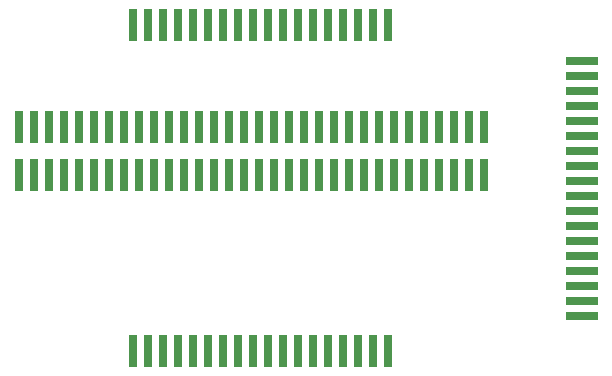
<source format=gtp>
G75*
%MOIN*%
%OFA0B0*%
%FSLAX25Y25*%
%IPPOS*%
%LPD*%
%AMOC8*
5,1,8,0,0,1.08239X$1,22.5*
%
%ADD10R,0.11000X0.03000*%
%ADD11R,0.03000X0.11000*%
D10*
X0212501Y0020300D03*
X0212501Y0025300D03*
X0212501Y0030300D03*
X0212501Y0035300D03*
X0212501Y0040300D03*
X0212501Y0045300D03*
X0212501Y0050300D03*
X0212501Y0055300D03*
X0212501Y0060300D03*
X0212501Y0065300D03*
X0212501Y0070300D03*
X0212501Y0075300D03*
X0212501Y0080300D03*
X0212501Y0085300D03*
X0212501Y0090300D03*
X0212501Y0095300D03*
X0212501Y0100300D03*
X0212501Y0105300D03*
D11*
X0063001Y0008800D03*
X0068001Y0008800D03*
X0073001Y0008800D03*
X0078001Y0008800D03*
X0083001Y0008800D03*
X0088001Y0008800D03*
X0093001Y0008800D03*
X0098001Y0008800D03*
X0103001Y0008800D03*
X0108001Y0008800D03*
X0113001Y0008800D03*
X0118001Y0008800D03*
X0123001Y0008800D03*
X0128001Y0008800D03*
X0133001Y0008800D03*
X0138001Y0008800D03*
X0143001Y0008800D03*
X0148001Y0008800D03*
X0150001Y0067300D03*
X0155001Y0067300D03*
X0160001Y0067300D03*
X0165001Y0067300D03*
X0170001Y0067300D03*
X0175001Y0067300D03*
X0180001Y0067300D03*
X0180001Y0083300D03*
X0175001Y0083300D03*
X0170001Y0083300D03*
X0165001Y0083300D03*
X0160001Y0083300D03*
X0155001Y0083300D03*
X0150001Y0083300D03*
X0145001Y0083300D03*
X0140001Y0083300D03*
X0135001Y0083300D03*
X0130001Y0083300D03*
X0125001Y0083300D03*
X0120001Y0083300D03*
X0115001Y0083300D03*
X0110001Y0083300D03*
X0105001Y0083300D03*
X0100001Y0083300D03*
X0095001Y0083300D03*
X0090001Y0083300D03*
X0085001Y0083300D03*
X0080001Y0083300D03*
X0075001Y0083300D03*
X0070001Y0083300D03*
X0065001Y0083300D03*
X0060001Y0083300D03*
X0055001Y0083300D03*
X0050001Y0083300D03*
X0045001Y0083300D03*
X0040001Y0083300D03*
X0035001Y0083300D03*
X0030001Y0083300D03*
X0025001Y0083300D03*
X0025001Y0067300D03*
X0030001Y0067300D03*
X0035001Y0067300D03*
X0040001Y0067300D03*
X0045001Y0067300D03*
X0050001Y0067300D03*
X0055001Y0067300D03*
X0060001Y0067300D03*
X0065001Y0067300D03*
X0070001Y0067300D03*
X0075001Y0067300D03*
X0080001Y0067300D03*
X0085001Y0067300D03*
X0090001Y0067300D03*
X0095001Y0067300D03*
X0100001Y0067300D03*
X0105001Y0067300D03*
X0110001Y0067300D03*
X0115001Y0067300D03*
X0120001Y0067300D03*
X0125001Y0067300D03*
X0130001Y0067300D03*
X0135001Y0067300D03*
X0140001Y0067300D03*
X0145001Y0067300D03*
X0143001Y0117300D03*
X0148001Y0117300D03*
X0138001Y0117300D03*
X0133001Y0117300D03*
X0128001Y0117300D03*
X0123001Y0117300D03*
X0118001Y0117300D03*
X0113001Y0117300D03*
X0108001Y0117300D03*
X0103001Y0117300D03*
X0098001Y0117300D03*
X0093001Y0117300D03*
X0088001Y0117300D03*
X0083001Y0117300D03*
X0078001Y0117300D03*
X0073001Y0117300D03*
X0068001Y0117300D03*
X0063001Y0117300D03*
M02*

</source>
